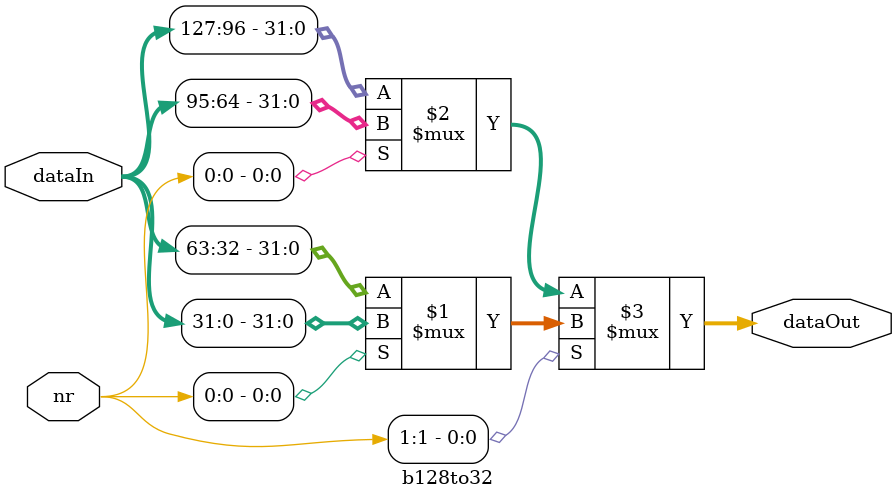
<source format=v>
module b128to32(
	dataIn,
	nr,
	dataOut
	);
	
	input [127:0] dataIn;
	input [1:0] nr;
	output [31:0] dataOut;
	
	/*
		nr | dataOut
		---|---------------
		00 | dataIn[127:96]
		01 | dataIn[95:64]
		10 | dataIn[63:32]
		11 | dataIn[31:0]
	*/
	assign dataOut = (nr[1] ? (nr[0] ? dataIn[31:0] : dataIn[63:32]) : (nr[0] ? dataIn[95:64] : dataIn[127:96]));
endmodule
</source>
